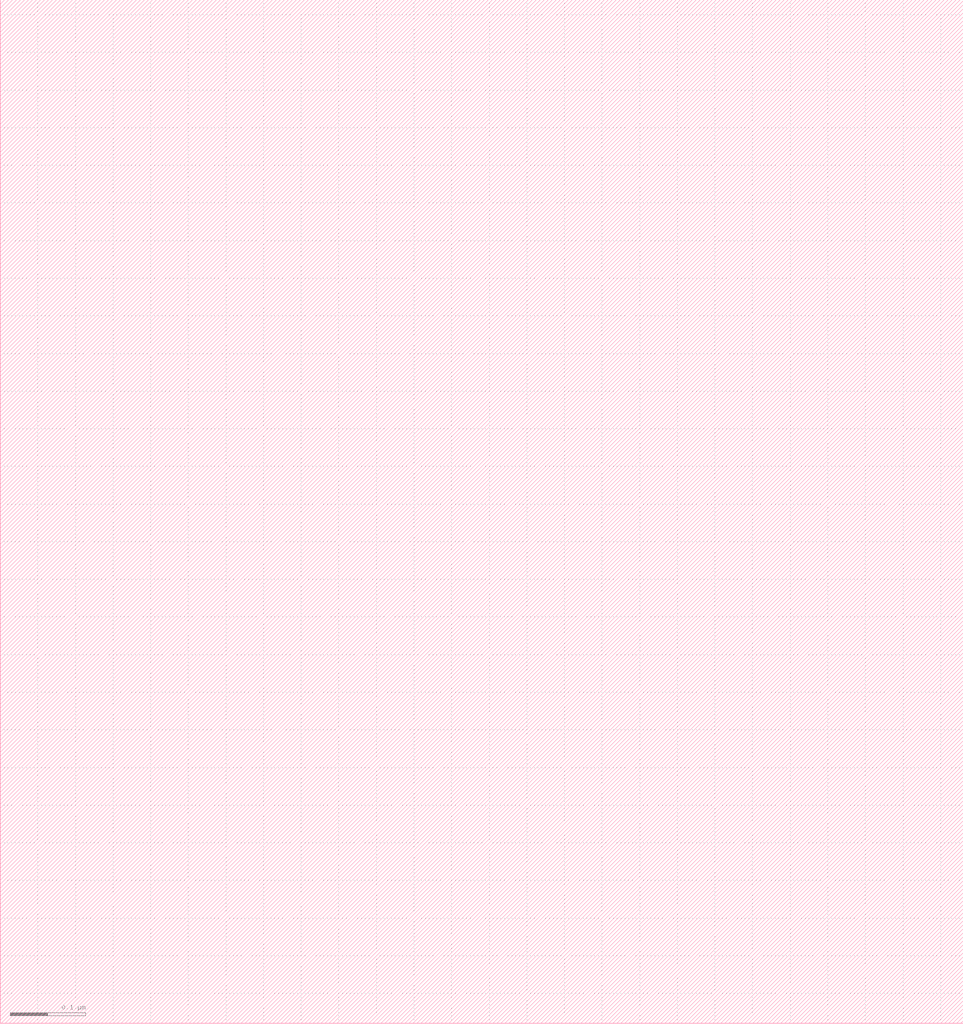
<source format=lef>
# Copyright 2020 The SkyWater PDK Authors
#
# Licensed under the Apache License, Version 2.0 (the "License");
# you may not use this file except in compliance with the License.
# You may obtain a copy of the License at
#
#     https://www.apache.org/licenses/LICENSE-2.0
#
# Unless required by applicable law or agreed to in writing, software
# distributed under the License is distributed on an "AS IS" BASIS,
# WITHOUT WARRANTIES OR CONDITIONS OF ANY KIND, either express or implied.
# See the License for the specific language governing permissions and
# limitations under the License.
#
# SPDX-License-Identifier: Apache-2.0

VERSION 5.7 ;
  NOWIREEXTENSIONATPIN ON ;
  DIVIDERCHAR "/" ;
  BUSBITCHARS "[]" ;
MACRO sky130_fd_bd_sram__sram_dp_cell_poly_chair
  CLASS BLOCK ;
  FOREIGN sky130_fd_bd_sram__sram_dp_cell_poly_chair ;
  ORIGIN  0.000000 -0.110000 ;
  SIZE  1.280000 BY  1.360000 ;
END sky130_fd_bd_sram__sram_dp_cell_poly_chair
END LIBRARY

</source>
